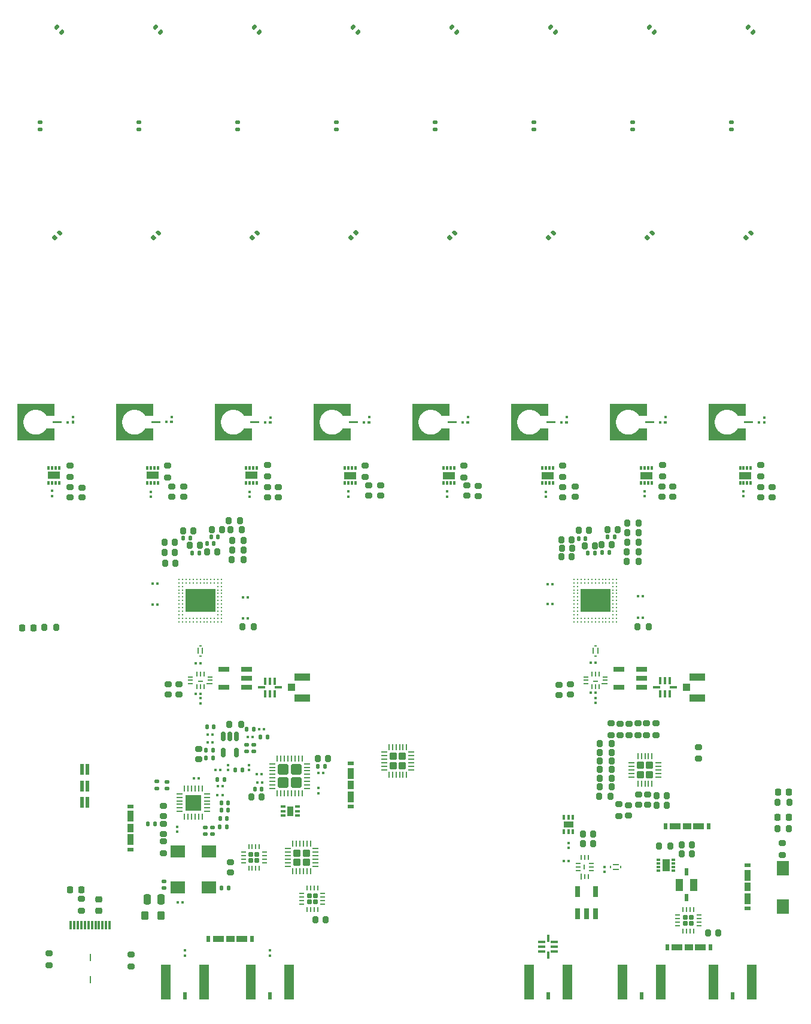
<source format=gbr>
%TF.GenerationSoftware,KiCad,Pcbnew,9.0.1*%
%TF.CreationDate,2025-06-02T14:00:06-06:00*%
%TF.ProjectId,PABA-DP,50414241-2d44-4502-9e6b-696361645f70,rev?*%
%TF.SameCoordinates,Original*%
%TF.FileFunction,Paste,Top*%
%TF.FilePolarity,Positive*%
%FSLAX46Y46*%
G04 Gerber Fmt 4.6, Leading zero omitted, Abs format (unit mm)*
G04 Created by KiCad (PCBNEW 9.0.1) date 2025-06-02 14:00:06*
%MOMM*%
%LPD*%
G01*
G04 APERTURE LIST*
G04 Aperture macros list*
%AMRoundRect*
0 Rectangle with rounded corners*
0 $1 Rounding radius*
0 $2 $3 $4 $5 $6 $7 $8 $9 X,Y pos of 4 corners*
0 Add a 4 corners polygon primitive as box body*
4,1,4,$2,$3,$4,$5,$6,$7,$8,$9,$2,$3,0*
0 Add four circle primitives for the rounded corners*
1,1,$1+$1,$2,$3*
1,1,$1+$1,$4,$5*
1,1,$1+$1,$6,$7*
1,1,$1+$1,$8,$9*
0 Add four rect primitives between the rounded corners*
20,1,$1+$1,$2,$3,$4,$5,0*
20,1,$1+$1,$4,$5,$6,$7,0*
20,1,$1+$1,$6,$7,$8,$9,0*
20,1,$1+$1,$8,$9,$2,$3,0*%
%AMRotRect*
0 Rectangle, with rotation*
0 The origin of the aperture is its center*
0 $1 length*
0 $2 width*
0 $3 Rotation angle, in degrees counterclockwise*
0 Add horizontal line*
21,1,$1,$2,0,0,$3*%
%AMFreePoly0*
4,1,13,0.160386,0.511434,0.161850,0.507898,0.161850,-0.787502,0.160386,-0.791038,0.156850,-0.792502,-0.109850,-0.792502,-0.113386,-0.791038,-0.114850,-0.787502,-0.114850,0.507898,-0.113386,0.511434,-0.109850,0.512898,0.156850,0.512898,0.160386,0.511434,0.160386,0.511434,$1*%
%AMFreePoly1*
4,1,44,3.984816,-0.982948,2.262816,-0.982948,2.262130,0.108387,2.373903,0.176308,2.577791,0.340114,2.755029,0.532439,2.901670,0.749000,3.014449,0.984973,3.090853,1.235103,3.129180,1.493818,3.128578,1.755356,3.089058,2.013891,3.011503,2.263666,2.897638,2.499117,2.750000,2.715000,2.571877,2.906507,2.367237,3.069371,2.140637,3.199966,1.897126,3.295384,1.642125,3.353497,
1.381316,3.373014,1.120507,3.353497,0.865506,3.295384,0.621995,3.199966,0.395395,3.069371,0.190755,2.906507,0.012632,2.715000,-0.135006,2.499117,-0.248871,2.263666,-0.326426,2.013891,-0.365946,1.755356,-0.366548,1.493818,-0.328221,1.235103,-0.251817,0.984973,-0.139038,0.749000,0.007603,0.532439,0.184841,0.340114,0.388729,0.176308,0.500502,0.108387,0.500502,-0.981914,
-1.222184,-0.982948,-1.222184,4.224052,3.984816,4.224052,3.984816,-0.982948,3.984816,-0.982948,$1*%
G04 Aperture macros list end*
%ADD10FreePoly0,90.000000*%
%ADD11FreePoly1,90.000000*%
%ADD12R,4.241800X3.251200*%
%ADD13R,0.254000X0.254000*%
%ADD14R,1.050000X1.000000*%
%ADD15R,2.200000X1.050000*%
%ADD16R,0.300000X0.750000*%
%ADD17R,1.450000X0.850000*%
%ADD18R,1.800000X2.000000*%
%ADD19R,0.300000X0.600000*%
%ADD20R,1.700000X1.100000*%
%ADD21R,0.600000X0.300000*%
%ADD22R,1.100000X1.700000*%
%ADD23R,0.610000X0.990000*%
%ADD24R,0.990000X1.750000*%
%ADD25RoundRect,0.140000X-0.140000X-0.170000X0.140000X-0.170000X0.140000X0.170000X-0.140000X0.170000X0*%
%ADD26RoundRect,0.135000X0.135000X0.185000X-0.135000X0.185000X-0.135000X-0.185000X0.135000X-0.185000X0*%
%ADD27RoundRect,0.079500X-0.100500X0.079500X-0.100500X-0.079500X0.100500X-0.079500X0.100500X0.079500X0*%
%ADD28RoundRect,0.079500X0.079500X0.100500X-0.079500X0.100500X-0.079500X-0.100500X0.079500X-0.100500X0*%
%ADD29RoundRect,0.196250X-0.196250X-0.278750X0.196250X-0.278750X0.196250X0.278750X-0.196250X0.278750X0*%
%ADD30RoundRect,0.197500X-0.197500X-0.277500X0.197500X-0.277500X0.197500X0.277500X-0.197500X0.277500X0*%
%ADD31RoundRect,0.135000X-0.226274X-0.035355X-0.035355X-0.226274X0.226274X0.035355X0.035355X0.226274X0*%
%ADD32RotRect,0.599948X0.400050X135.000000*%
%ADD33RoundRect,0.200000X-0.275000X0.200000X-0.275000X-0.200000X0.275000X-0.200000X0.275000X0.200000X0*%
%ADD34R,0.599948X0.400050*%
%ADD35R,0.600000X0.900000*%
%ADD36R,1.500000X0.900000*%
%ADD37R,1.200000X0.900000*%
%ADD38RoundRect,0.135000X-0.035355X0.226274X-0.226274X0.035355X0.035355X-0.226274X0.226274X-0.035355X0*%
%ADD39RoundRect,0.200000X-0.200000X-0.275000X0.200000X-0.275000X0.200000X0.275000X-0.200000X0.275000X0*%
%ADD40RoundRect,0.196250X-0.278750X0.196250X-0.278750X-0.196250X0.278750X-0.196250X0.278750X0.196250X0*%
%ADD41RoundRect,0.197500X-0.277500X0.197500X-0.277500X-0.197500X0.277500X-0.197500X0.277500X0.197500X0*%
%ADD42RoundRect,0.140000X0.140000X0.170000X-0.140000X0.170000X-0.140000X-0.170000X0.140000X-0.170000X0*%
%ADD43R,1.650000X0.760000*%
%ADD44RoundRect,0.079500X0.100500X-0.079500X0.100500X0.079500X-0.100500X0.079500X-0.100500X-0.079500X0*%
%ADD45RoundRect,0.140000X0.170000X-0.140000X0.170000X0.140000X-0.170000X0.140000X-0.170000X-0.140000X0*%
%ADD46RoundRect,0.200000X0.275000X-0.200000X0.275000X0.200000X-0.275000X0.200000X-0.275000X-0.200000X0*%
%ADD47RoundRect,0.150000X-0.150000X0.512500X-0.150000X-0.512500X0.150000X-0.512500X0.150000X0.512500X0*%
%ADD48R,0.609600X1.524000*%
%ADD49RoundRect,0.196250X0.196250X0.278750X-0.196250X0.278750X-0.196250X-0.278750X0.196250X-0.278750X0*%
%ADD50RoundRect,0.197500X0.197500X0.277500X-0.197500X0.277500X-0.197500X-0.277500X0.197500X-0.277500X0*%
%ADD51RoundRect,0.079500X-0.079500X-0.100500X0.079500X-0.100500X0.079500X0.100500X-0.079500X0.100500X0*%
%ADD52RoundRect,0.172500X-0.172500X0.172500X-0.172500X-0.172500X0.172500X-0.172500X0.172500X0.172500X0*%
%ADD53RoundRect,0.062500X-0.062500X0.312500X-0.062500X-0.312500X0.062500X-0.312500X0.062500X0.312500X0*%
%ADD54RoundRect,0.062500X-0.312500X0.062500X-0.312500X-0.062500X0.312500X-0.062500X0.312500X0.062500X0*%
%ADD55RoundRect,0.135000X-0.135000X-0.185000X0.135000X-0.185000X0.135000X0.185000X-0.135000X0.185000X0*%
%ADD56RoundRect,0.135000X0.185000X-0.135000X0.185000X0.135000X-0.185000X0.135000X-0.185000X-0.135000X0*%
%ADD57R,0.900000X0.600000*%
%ADD58R,0.900000X1.500000*%
%ADD59R,0.900000X1.200000*%
%ADD60RotRect,0.599948X0.400050X225.000000*%
%ADD61R,0.620000X1.000000*%
%ADD62R,1.400000X5.000000*%
%ADD63RoundRect,0.218750X0.256250X-0.218750X0.256250X0.218750X-0.256250X0.218750X-0.256250X-0.218750X0*%
%ADD64RoundRect,0.250000X0.250000X0.475000X-0.250000X0.475000X-0.250000X-0.475000X0.250000X-0.475000X0*%
%ADD65RoundRect,0.140000X-0.170000X0.140000X-0.170000X-0.140000X0.170000X-0.140000X0.170000X0.140000X0*%
%ADD66RoundRect,0.172500X0.172500X0.172500X-0.172500X0.172500X-0.172500X-0.172500X0.172500X-0.172500X0*%
%ADD67RoundRect,0.062500X0.312500X0.062500X-0.312500X0.062500X-0.312500X-0.062500X0.312500X-0.062500X0*%
%ADD68RoundRect,0.062500X0.062500X0.312500X-0.062500X0.312500X-0.062500X-0.312500X0.062500X-0.312500X0*%
%ADD69RoundRect,0.250000X-0.275000X-0.275000X0.275000X-0.275000X0.275000X0.275000X-0.275000X0.275000X0*%
%ADD70RoundRect,0.062500X-0.350000X-0.062500X0.350000X-0.062500X0.350000X0.062500X-0.350000X0.062500X0*%
%ADD71RoundRect,0.062500X-0.062500X-0.350000X0.062500X-0.350000X0.062500X0.350000X-0.062500X0.350000X0*%
%ADD72RoundRect,0.200000X0.200000X0.275000X-0.200000X0.275000X-0.200000X-0.275000X0.200000X-0.275000X0*%
%ADD73R,0.350000X1.000000*%
%ADD74R,1.000000X0.350000*%
%ADD75R,0.274600X0.804800*%
%ADD76R,0.804800X0.274600*%
%ADD77R,2.200000X2.200000*%
%ADD78RoundRect,0.250000X-0.275000X-0.350000X0.275000X-0.350000X0.275000X0.350000X-0.275000X0.350000X0*%
%ADD79RoundRect,0.135000X0.226274X0.035355X0.035355X0.226274X-0.226274X-0.035355X-0.035355X-0.226274X0*%
%ADD80R,2.000000X1.800000*%
%ADD81R,0.300000X1.200000*%
%ADD82R,0.200000X1.000000*%
%ADD83RoundRect,0.218750X-0.218750X-0.256250X0.218750X-0.256250X0.218750X0.256250X-0.218750X0.256250X0*%
%ADD84RoundRect,0.196250X0.278750X-0.196250X0.278750X0.196250X-0.278750X0.196250X-0.278750X-0.196250X0*%
%ADD85RoundRect,0.197500X0.277500X-0.197500X0.277500X0.197500X-0.277500X0.197500X-0.277500X-0.197500X0*%
%ADD86R,0.250000X0.850000*%
%ADD87R,0.250000X0.750000*%
%ADD88R,0.650000X0.250000*%
%ADD89R,0.250000X0.770000*%
%ADD90R,0.760000X1.650000*%
%ADD91RoundRect,0.062500X-0.375000X-0.062500X0.375000X-0.062500X0.375000X0.062500X-0.375000X0.062500X0*%
%ADD92RoundRect,0.062500X-0.062500X-0.375000X0.062500X-0.375000X0.062500X0.375000X-0.062500X0.375000X0*%
%ADD93RoundRect,0.250000X0.275000X-0.275000X0.275000X0.275000X-0.275000X0.275000X-0.275000X-0.275000X0*%
%ADD94RoundRect,0.062500X0.062500X-0.350000X0.062500X0.350000X-0.062500X0.350000X-0.062500X-0.350000X0*%
%ADD95RoundRect,0.062500X0.350000X-0.062500X0.350000X0.062500X-0.350000X0.062500X-0.350000X-0.062500X0*%
%ADD96R,0.400000X0.250000*%
%ADD97R,0.250000X0.810000*%
%ADD98R,0.850000X0.250000*%
%ADD99R,0.750000X0.250000*%
%ADD100R,0.250000X0.650000*%
%ADD101R,0.770000X0.250000*%
%ADD102RoundRect,0.250000X-0.495000X-0.495000X0.495000X-0.495000X0.495000X0.495000X-0.495000X0.495000X0*%
%ADD103RoundRect,0.062500X-0.337500X-0.062500X0.337500X-0.062500X0.337500X0.062500X-0.337500X0.062500X0*%
%ADD104RoundRect,0.062500X-0.062500X-0.337500X0.062500X-0.337500X0.062500X0.337500X-0.062500X0.337500X0*%
%ADD105R,0.750000X0.300000*%
%ADD106R,0.850000X1.450000*%
%ADD107R,0.250000X0.400000*%
%ADD108R,0.810000X0.250000*%
G04 APERTURE END LIST*
D10*
%TO.C,J7*%
X71278456Y-90151640D03*
D11*
X69987567Y-91509046D03*
%TD*%
D10*
%TO.C,J9*%
X127177325Y-90153678D03*
D11*
X125886436Y-91511084D03*
%TD*%
D10*
%TO.C,J3*%
X57325336Y-90157914D03*
D11*
X56034447Y-91515320D03*
%TD*%
D10*
%TO.C,J5*%
X113197994Y-90161829D03*
D11*
X111907105Y-91519235D03*
%TD*%
D10*
%TO.C,J4*%
X85257107Y-90162508D03*
D11*
X83966218Y-91519914D03*
%TD*%
D10*
%TO.C,J8*%
X99255004Y-90155715D03*
D11*
X97964115Y-91513121D03*
%TD*%
D10*
%TO.C,J6*%
X141143070Y-90168621D03*
D11*
X139852181Y-91526027D03*
%TD*%
D10*
%TO.C,J10*%
X155131393Y-90180056D03*
D11*
X153840504Y-91537462D03*
%TD*%
D12*
%TO.C,U9*%
X133589527Y-115348419D03*
D13*
X136589527Y-118348419D03*
X136089527Y-118348419D03*
X135589527Y-118348419D03*
X135089527Y-118348419D03*
X134589527Y-118348419D03*
X134089527Y-118348419D03*
X133589527Y-118348419D03*
X133089527Y-118348419D03*
X132589527Y-118348419D03*
X132089527Y-118348419D03*
X131589527Y-118348419D03*
X131089527Y-118348419D03*
X130589527Y-118348419D03*
X136589527Y-117848419D03*
X136089527Y-117848419D03*
X135589527Y-117848419D03*
X135089527Y-117848419D03*
X134589527Y-117848419D03*
X134089527Y-117848419D03*
X133589527Y-117848419D03*
X133089527Y-117848419D03*
X132589527Y-117848419D03*
X132089527Y-117848419D03*
X131589527Y-117848419D03*
X131089527Y-117848419D03*
X130589527Y-117848419D03*
X136589527Y-117348419D03*
X136089527Y-117348419D03*
X131089527Y-117348419D03*
X130589527Y-117348419D03*
X136589527Y-116848419D03*
X136089527Y-116848419D03*
X131089527Y-116848419D03*
X130589527Y-116848419D03*
X136589527Y-116348419D03*
X136089527Y-116348419D03*
X131089527Y-116348419D03*
X130589527Y-116348419D03*
X136589527Y-115848419D03*
X136089527Y-115848419D03*
X131089527Y-115848419D03*
X130589527Y-115848419D03*
X136589527Y-115348419D03*
X136089527Y-115348419D03*
X131089527Y-115348419D03*
X130589527Y-115348419D03*
X136589527Y-114848419D03*
X136089527Y-114848419D03*
X131089527Y-114848419D03*
X130589527Y-114848419D03*
X136589527Y-114348419D03*
X136089527Y-114348419D03*
X131089527Y-114348419D03*
X130589527Y-114348419D03*
X136589527Y-113848419D03*
X136089527Y-113848419D03*
X131089527Y-113848419D03*
X130589527Y-113848419D03*
X136589527Y-113348419D03*
X136089527Y-113348419D03*
X131089527Y-113348419D03*
X130589527Y-113348419D03*
X136589527Y-112848419D03*
X136089527Y-112848419D03*
X135589527Y-112848419D03*
X135089527Y-112848419D03*
X134589527Y-112848419D03*
X134089527Y-112848419D03*
X133589527Y-112848419D03*
X133089527Y-112848419D03*
X132589527Y-112848419D03*
X132089527Y-112848419D03*
X131589527Y-112848419D03*
X131089527Y-112848419D03*
X130589527Y-112848419D03*
X136589527Y-112348419D03*
X136089527Y-112348419D03*
X135589527Y-112348419D03*
X135089527Y-112348419D03*
X134589527Y-112348419D03*
X134089527Y-112348419D03*
X133589527Y-112348419D03*
X133089527Y-112348419D03*
X132589527Y-112348419D03*
X132089527Y-112348419D03*
X131589527Y-112348419D03*
X131089527Y-112348419D03*
X130589527Y-112348419D03*
%TD*%
D12*
%TO.C,U8*%
X77698857Y-115348419D03*
D13*
X80698857Y-118348419D03*
X80198857Y-118348419D03*
X79698857Y-118348419D03*
X79198857Y-118348419D03*
X78698857Y-118348419D03*
X78198857Y-118348419D03*
X77698857Y-118348419D03*
X77198857Y-118348419D03*
X76698857Y-118348419D03*
X76198857Y-118348419D03*
X75698857Y-118348419D03*
X75198857Y-118348419D03*
X74698857Y-118348419D03*
X80698857Y-117848419D03*
X80198857Y-117848419D03*
X79698857Y-117848419D03*
X79198857Y-117848419D03*
X78698857Y-117848419D03*
X78198857Y-117848419D03*
X77698857Y-117848419D03*
X77198857Y-117848419D03*
X76698857Y-117848419D03*
X76198857Y-117848419D03*
X75698857Y-117848419D03*
X75198857Y-117848419D03*
X74698857Y-117848419D03*
X80698857Y-117348419D03*
X80198857Y-117348419D03*
X75198857Y-117348419D03*
X74698857Y-117348419D03*
X80698857Y-116848419D03*
X80198857Y-116848419D03*
X75198857Y-116848419D03*
X74698857Y-116848419D03*
X80698857Y-116348419D03*
X80198857Y-116348419D03*
X75198857Y-116348419D03*
X74698857Y-116348419D03*
X80698857Y-115848419D03*
X80198857Y-115848419D03*
X75198857Y-115848419D03*
X74698857Y-115848419D03*
X80698857Y-115348419D03*
X80198857Y-115348419D03*
X75198857Y-115348419D03*
X74698857Y-115348419D03*
X80698857Y-114848419D03*
X80198857Y-114848419D03*
X75198857Y-114848419D03*
X74698857Y-114848419D03*
X80698857Y-114348419D03*
X80198857Y-114348419D03*
X75198857Y-114348419D03*
X74698857Y-114348419D03*
X80698857Y-113848419D03*
X80198857Y-113848419D03*
X75198857Y-113848419D03*
X74698857Y-113848419D03*
X80698857Y-113348419D03*
X80198857Y-113348419D03*
X75198857Y-113348419D03*
X74698857Y-113348419D03*
X80698857Y-112848419D03*
X80198857Y-112848419D03*
X79698857Y-112848419D03*
X79198857Y-112848419D03*
X78698857Y-112848419D03*
X78198857Y-112848419D03*
X77698857Y-112848419D03*
X77198857Y-112848419D03*
X76698857Y-112848419D03*
X76198857Y-112848419D03*
X75698857Y-112848419D03*
X75198857Y-112848419D03*
X74698857Y-112848419D03*
X80698857Y-112348419D03*
X80198857Y-112348419D03*
X79698857Y-112348419D03*
X79198857Y-112348419D03*
X78698857Y-112348419D03*
X78198857Y-112348419D03*
X77698857Y-112348419D03*
X77198857Y-112348419D03*
X76698857Y-112348419D03*
X76198857Y-112348419D03*
X75698857Y-112348419D03*
X75198857Y-112348419D03*
X74698857Y-112348419D03*
%TD*%
D14*
%TO.C,RX1*%
X90560137Y-127641759D03*
D15*
X92085138Y-126166758D03*
X92085138Y-129116760D03*
%TD*%
D14*
%TO.C,RX2*%
X146440137Y-127616359D03*
D15*
X147965138Y-126141358D03*
X147965138Y-129091360D03*
%TD*%
D16*
%TO.C,U12*%
X130425457Y-145980809D03*
X129775457Y-145980809D03*
X129125457Y-145980809D03*
X129125457Y-147980809D03*
X129775457Y-147980809D03*
X130425457Y-147980809D03*
D17*
X129775457Y-146980809D03*
%TD*%
D18*
%TO.C,S3*%
X160081717Y-158558384D03*
X160081717Y-153158384D03*
%TD*%
D19*
%TO.C,U15*%
X57767727Y-96605319D03*
X57267727Y-96605319D03*
X56767727Y-96605319D03*
X56267727Y-96605319D03*
X56267727Y-98705319D03*
X56767727Y-98705319D03*
X57267727Y-98705319D03*
X57767727Y-98705319D03*
D20*
X57017727Y-97655319D03*
%TD*%
D19*
%TO.C,U16*%
X71715377Y-96605319D03*
X71215377Y-96605319D03*
X70715377Y-96605319D03*
X70215377Y-96605319D03*
X70215377Y-98705319D03*
X70715377Y-98705319D03*
X71215377Y-98705319D03*
X71715377Y-98705319D03*
D20*
X70965377Y-97655319D03*
%TD*%
D19*
%TO.C,U20*%
X127611627Y-96642909D03*
X127111627Y-96642909D03*
X126611627Y-96642909D03*
X126111627Y-96642909D03*
X126111627Y-98742909D03*
X126611627Y-98742909D03*
X127111627Y-98742909D03*
X127611627Y-98742909D03*
D20*
X126861627Y-97692909D03*
%TD*%
D19*
%TO.C,U19*%
X113636547Y-96642909D03*
X113136547Y-96642909D03*
X112636547Y-96642909D03*
X112136547Y-96642909D03*
X112136547Y-98742909D03*
X112636547Y-98742909D03*
X113136547Y-98742909D03*
X113636547Y-98742909D03*
D20*
X112886547Y-97692909D03*
%TD*%
D21*
%TO.C,U13*%
X142531046Y-152031326D03*
X142531046Y-152531326D03*
X142531046Y-153031326D03*
X142531046Y-153531326D03*
X144631046Y-153531326D03*
X144631046Y-153031326D03*
X144631046Y-152531326D03*
X144631046Y-152031326D03*
D22*
X143581046Y-152781326D03*
%TD*%
D19*
%TO.C,U18*%
X99666547Y-96642909D03*
X99166547Y-96642909D03*
X98666547Y-96642909D03*
X98166547Y-96642909D03*
X98166547Y-98742909D03*
X98666547Y-98742909D03*
X99166547Y-98742909D03*
X99666547Y-98742909D03*
D20*
X98916547Y-97692909D03*
%TD*%
D19*
%TO.C,U22*%
X155561537Y-96642909D03*
X155061537Y-96642909D03*
X154561537Y-96642909D03*
X154061537Y-96642909D03*
X154061537Y-98742909D03*
X154561537Y-98742909D03*
X155061537Y-98742909D03*
X155561537Y-98742909D03*
D20*
X154811537Y-97692909D03*
%TD*%
D19*
%TO.C,U17*%
X85692997Y-96615989D03*
X85192997Y-96615989D03*
X84692997Y-96615989D03*
X84192997Y-96615989D03*
X84192997Y-98715989D03*
X84692997Y-98715989D03*
X85192997Y-98715989D03*
X85692997Y-98715989D03*
D20*
X84942997Y-97665989D03*
%TD*%
D19*
%TO.C,U21*%
X141575027Y-96649259D03*
X141075027Y-96649259D03*
X140575027Y-96649259D03*
X140075027Y-96649259D03*
X140075027Y-98749259D03*
X140575027Y-98749259D03*
X141075027Y-98749259D03*
X141575027Y-98749259D03*
D20*
X140825027Y-97699259D03*
%TD*%
D23*
%TO.C,FL3*%
X146478497Y-153706139D03*
D24*
X145461497Y-155521139D03*
D23*
X146478497Y-157336139D03*
D24*
X147495497Y-155521139D03*
%TD*%
D25*
%TO.C,C42*%
X135345677Y-106334176D03*
X136305677Y-106334176D03*
%TD*%
D26*
%TO.C,R117*%
X79550957Y-136525159D03*
X78530957Y-136525159D03*
%TD*%
D27*
%TO.C,C18*%
X59663728Y-89444420D03*
X59663728Y-90134420D03*
%TD*%
D28*
%TO.C,C51*%
X115527240Y-90150506D03*
X114837240Y-90150506D03*
%TD*%
%TO.C,R114*%
X79466037Y-135380889D03*
X78776037Y-135380889D03*
%TD*%
D27*
%TO.C,R52*%
X84611200Y-138613769D03*
X84611200Y-139303769D03*
%TD*%
D29*
%TO.C,C35*%
X75308100Y-105468600D03*
D30*
X76745600Y-105468600D03*
%TD*%
D27*
%TO.C,C156*%
X101574313Y-89454973D03*
X101574313Y-90144973D03*
%TD*%
D31*
%TO.C,R187*%
X99289074Y-34324539D03*
X100010322Y-35045787D03*
%TD*%
D32*
%TO.C,X13*%
X141590927Y-63424492D03*
X140955165Y-64060598D03*
%TD*%
D33*
%TO.C,R125*%
X59253373Y-96248778D03*
X59253373Y-97898778D03*
%TD*%
D29*
%TO.C,C108*%
X94318963Y-137704605D03*
D30*
X95756463Y-137704605D03*
%TD*%
D34*
%TO.C,X8*%
X69039093Y-48726409D03*
X69038850Y-47827063D03*
%TD*%
D29*
%TO.C,C83*%
X131816950Y-149732200D03*
D30*
X133254450Y-149732200D03*
%TD*%
D35*
%TO.C,P19*%
X78874740Y-163203557D03*
D36*
X80274740Y-163203557D03*
D37*
X81924740Y-163203557D03*
D36*
X83574740Y-163203557D03*
D35*
X84974740Y-163203557D03*
%TD*%
D38*
%TO.C,R177*%
X141634948Y-63389820D03*
X140913700Y-64111068D03*
%TD*%
D39*
%TO.C,R39*%
X138058260Y-107119057D03*
X139708260Y-107119057D03*
%TD*%
D40*
%TO.C,C27*%
X73189863Y-127207645D03*
D41*
X73189863Y-128645145D03*
%TD*%
D27*
%TO.C,C82*%
X77698847Y-129163342D03*
X77698847Y-129853342D03*
%TD*%
%TO.C,C54*%
X126608558Y-99967750D03*
X126608558Y-100657750D03*
%TD*%
D42*
%TO.C,C60*%
X86404447Y-142015200D03*
X85444447Y-142015200D03*
%TD*%
D28*
%TO.C,C84*%
X129800457Y-152194679D03*
X129110457Y-152194679D03*
%TD*%
D25*
%TO.C,C132*%
X80683040Y-143963998D03*
X81643040Y-143963998D03*
%TD*%
D27*
%TO.C,C47*%
X98677669Y-99949951D03*
X98677669Y-100639951D03*
%TD*%
D38*
%TO.C,R176*%
X71786172Y-63388368D03*
X71064924Y-64109616D03*
%TD*%
D29*
%TO.C,C7*%
X142254783Y-144305023D03*
D30*
X143692283Y-144305023D03*
%TD*%
D43*
%TO.C,T3*%
X140124855Y-125076349D03*
X140124855Y-126346349D03*
X140124855Y-127616349D03*
X136944855Y-127616349D03*
X136944855Y-125076349D03*
%TD*%
D44*
%TO.C,C57*%
X75541117Y-165504432D03*
X75541117Y-164814432D03*
%TD*%
D34*
%TO.C,X18*%
X83008073Y-48726919D03*
X83007830Y-47827573D03*
%TD*%
D40*
%TO.C,C106*%
X157011982Y-99303367D03*
D41*
X157011982Y-100740867D03*
%TD*%
D45*
%TO.C,C74*%
X84285467Y-136666688D03*
X84285467Y-135706688D03*
%TD*%
D25*
%TO.C,C45*%
X131209537Y-106582223D03*
X132169537Y-106582223D03*
%TD*%
D39*
%TO.C,R71*%
X134206467Y-138012329D03*
X135856467Y-138012329D03*
%TD*%
D25*
%TO.C,C37*%
X75310877Y-106524326D03*
X76270877Y-106524326D03*
%TD*%
D40*
%TO.C,C8*%
X139669502Y-142783097D03*
D41*
X139669502Y-144220597D03*
%TD*%
D27*
%TO.C,C25*%
X70703270Y-99969294D03*
X70703270Y-100659294D03*
%TD*%
D46*
%TO.C,R97*%
X136929179Y-145804087D03*
X136929179Y-144154087D03*
%TD*%
D28*
%TO.C,R70*%
X84447657Y-114865559D03*
X83757657Y-114865559D03*
%TD*%
D39*
%TO.C,R124*%
X142580510Y-150005172D03*
X144230510Y-150005172D03*
%TD*%
D28*
%TO.C,C61*%
X80559533Y-139278769D03*
X79869533Y-139278769D03*
%TD*%
D47*
%TO.C,A2*%
X82839377Y-134589679D03*
X81889377Y-134589679D03*
X80939377Y-134589679D03*
X80939377Y-136864679D03*
X82839377Y-136864679D03*
%TD*%
D48*
%TO.C,P15*%
X61745746Y-143876737D03*
X60932946Y-143876737D03*
%TD*%
D34*
%TO.C,X2*%
X55068073Y-48726919D03*
X55067830Y-47827573D03*
%TD*%
D33*
%TO.C,R128*%
X101055532Y-96244029D03*
X101055532Y-97894029D03*
%TD*%
D40*
%TO.C,C104*%
X143024785Y-99281269D03*
D41*
X143024785Y-100718769D03*
%TD*%
D49*
%TO.C,C31*%
X77641477Y-107567554D03*
D50*
X76203977Y-107567554D03*
%TD*%
D51*
%TO.C,C69*%
X80162907Y-141602633D03*
X80852907Y-141602633D03*
%TD*%
D38*
%TO.C,R169*%
X57817142Y-63397181D03*
X57095894Y-64118429D03*
%TD*%
D33*
%TO.C,R190*%
X140848097Y-132710059D03*
X140848097Y-134360059D03*
%TD*%
D40*
%TO.C,C101*%
X128964998Y-99323562D03*
D41*
X128964998Y-100761062D03*
%TD*%
D33*
%TO.C,R131*%
X143070603Y-96183300D03*
X143070603Y-97833300D03*
%TD*%
D28*
%TO.C,R35*%
X75173577Y-158002379D03*
X74483577Y-158002379D03*
%TD*%
D52*
%TO.C,U10*%
X147153557Y-160115789D03*
X146303557Y-160115789D03*
X147153557Y-160965789D03*
X146303557Y-160965789D03*
D53*
X147478557Y-159040789D03*
X146978557Y-159040789D03*
X146478557Y-159040789D03*
X145978557Y-159040789D03*
D54*
X145228557Y-159790789D03*
X145228557Y-160290789D03*
X145228557Y-160790789D03*
X145228557Y-161290789D03*
D53*
X145978557Y-162040789D03*
X146478557Y-162040789D03*
X146978557Y-162040789D03*
X147478557Y-162040789D03*
D54*
X148228557Y-161290789D03*
X148228557Y-160790789D03*
X148228557Y-160290789D03*
X148228557Y-159790789D03*
%TD*%
D55*
%TO.C,R116*%
X80079587Y-140613539D03*
X81099587Y-140613539D03*
%TD*%
D38*
%TO.C,R184*%
X99723860Y-63382715D03*
X99002612Y-64103963D03*
%TD*%
D27*
%TO.C,C55*%
X154559434Y-99943259D03*
X154559434Y-100633259D03*
%TD*%
D32*
%TO.C,X22*%
X155562707Y-63426272D03*
X154926945Y-64062378D03*
%TD*%
D28*
%TO.C,C63*%
X86404444Y-139917067D03*
X85714444Y-139917067D03*
%TD*%
D27*
%TO.C,C21*%
X115558178Y-89457763D03*
X115558178Y-90147763D03*
%TD*%
D56*
%TO.C,R182*%
X83004272Y-48774452D03*
X83004272Y-47754452D03*
%TD*%
D34*
%TO.C,X3*%
X110948073Y-48726919D03*
X110947830Y-47827573D03*
%TD*%
D27*
%TO.C,C26*%
X84709757Y-99989766D03*
X84709757Y-100679766D03*
%TD*%
D45*
%TO.C,C16*%
X72605101Y-155965585D03*
X72605101Y-155005585D03*
%TD*%
D57*
%TO.C,P13*%
X98971909Y-144480080D03*
D58*
X98971909Y-143080080D03*
D59*
X98971909Y-141430080D03*
D58*
X98971909Y-139780080D03*
D57*
X98971909Y-138380080D03*
%TD*%
D44*
%TO.C,C85*%
X129775457Y-150315099D03*
X129775457Y-149625099D03*
%TD*%
D33*
%TO.C,R86*%
X67868962Y-165407892D03*
X67868962Y-167057892D03*
%TD*%
D39*
%TO.C,R37*%
X81680722Y-104042971D03*
X83330722Y-104042971D03*
%TD*%
D40*
%TO.C,C97*%
X101543378Y-99103264D03*
D41*
X101543378Y-100540764D03*
%TD*%
D27*
%TO.C,C155*%
X73626260Y-89446341D03*
X73626260Y-90136341D03*
%TD*%
D60*
%TO.C,X15*%
X141234925Y-34368959D03*
X141871031Y-35004721D03*
%TD*%
%TO.C,X9*%
X127269258Y-34369069D03*
X127905364Y-35004831D03*
%TD*%
D25*
%TO.C,C38*%
X78637253Y-107285070D03*
X79597253Y-107285070D03*
%TD*%
D61*
%TO.C,EXT_LO1*%
X75541117Y-171242504D03*
D62*
X72841117Y-169242504D03*
X78241117Y-169242504D03*
%TD*%
D49*
%TO.C,C11*%
X86404447Y-143101833D03*
D50*
X84966947Y-143101833D03*
%TD*%
D26*
%TO.C,R49*%
X83690356Y-139278769D03*
X82670356Y-139278769D03*
%TD*%
D29*
%TO.C,C86*%
X145832831Y-149912954D03*
D30*
X147270331Y-149912954D03*
%TD*%
D40*
%TO.C,C94*%
X73656800Y-99209199D03*
D41*
X73656800Y-100646699D03*
%TD*%
D63*
%TO.C,E2*%
X63372914Y-159152116D03*
X63372914Y-157577116D03*
%TD*%
D57*
%TO.C,P5*%
X67860774Y-150548224D03*
D58*
X67860774Y-149148224D03*
D59*
X67860774Y-147498224D03*
D58*
X67860774Y-145848224D03*
D57*
X67860774Y-144448224D03*
%TD*%
D28*
%TO.C,C12*%
X86429447Y-141107779D03*
X85739447Y-141107779D03*
%TD*%
D39*
%TO.C,R47*%
X55664922Y-119150801D03*
X57314922Y-119150801D03*
%TD*%
D51*
%TO.C,R84*%
X139634097Y-114749739D03*
X140324097Y-114749739D03*
%TD*%
D29*
%TO.C,C43*%
X131203978Y-105396191D03*
D30*
X132641478Y-105396191D03*
%TD*%
D40*
%TO.C,C92*%
X59276870Y-99359083D03*
D41*
X59276870Y-100796583D03*
%TD*%
D29*
%TO.C,C76*%
X131816950Y-148367261D03*
D30*
X133254450Y-148367261D03*
%TD*%
D29*
%TO.C,C4*%
X142243805Y-142965736D03*
D30*
X143681305Y-142965736D03*
%TD*%
D33*
%TO.C,R132*%
X156999647Y-96184537D03*
X156999647Y-97834537D03*
%TD*%
D49*
%TO.C,C28*%
X130256346Y-109143096D03*
D50*
X128818846Y-109143096D03*
%TD*%
D64*
%TO.C,C15*%
X72134217Y-157589382D03*
X70234217Y-157589382D03*
%TD*%
D51*
%TO.C,R82*%
X139634607Y-117803829D03*
X140324607Y-117803829D03*
%TD*%
D65*
%TO.C,C64*%
X71526120Y-140937093D03*
X71526120Y-141897093D03*
%TD*%
D42*
%TO.C,C75*%
X85253067Y-133502049D03*
X84293067Y-133502049D03*
%TD*%
D56*
%TO.C,R185*%
X152853888Y-48779777D03*
X152853888Y-47759777D03*
%TD*%
D66*
%TO.C,U23*%
X85729177Y-152093259D03*
X85729177Y-151243259D03*
X84879177Y-152093259D03*
X84879177Y-151243259D03*
D67*
X86804177Y-152418259D03*
X86804177Y-151918259D03*
X86804177Y-151418259D03*
X86804177Y-150918259D03*
D68*
X86054177Y-150168259D03*
X85554177Y-150168259D03*
X85054177Y-150168259D03*
X84554177Y-150168259D03*
D67*
X83804177Y-150918259D03*
X83804177Y-151418259D03*
X83804177Y-151918259D03*
X83804177Y-152418259D03*
D68*
X84554177Y-153168259D03*
X85054177Y-153168259D03*
X85554177Y-153168259D03*
X86054177Y-153168259D03*
%TD*%
D27*
%TO.C,C53*%
X112634826Y-99956590D03*
X112634826Y-100646590D03*
%TD*%
D56*
%TO.C,R166*%
X55066920Y-48785063D03*
X55066920Y-47765063D03*
%TD*%
D69*
%TO.C,U25*%
X91396450Y-151018449D03*
X91396450Y-152318449D03*
X92696450Y-151018449D03*
X92696450Y-152318449D03*
D70*
X90108950Y-150418449D03*
X90108950Y-150918449D03*
X90108950Y-151418449D03*
X90108950Y-151918449D03*
X90108950Y-152418449D03*
X90108950Y-152918449D03*
D71*
X90796450Y-153605949D03*
X91296450Y-153605949D03*
X91796450Y-153605949D03*
X92296450Y-153605949D03*
X92796450Y-153605949D03*
X93296450Y-153605949D03*
D70*
X93983950Y-152918449D03*
X93983950Y-152418449D03*
X93983950Y-151918449D03*
X93983950Y-151418449D03*
X93983950Y-150918449D03*
X93983950Y-150418449D03*
D71*
X93296450Y-149730949D03*
X92796450Y-149730949D03*
X92296450Y-149730949D03*
X91796450Y-149730949D03*
X91296450Y-149730949D03*
X90796450Y-149730949D03*
%TD*%
D60*
%TO.C,X23*%
X99326091Y-34369403D03*
X99962197Y-35005165D03*
%TD*%
D48*
%TO.C,P14*%
X61757407Y-139214696D03*
X60944607Y-139214696D03*
%TD*%
D35*
%TO.C,P4*%
X143747042Y-164345861D03*
D36*
X145147042Y-164345861D03*
D37*
X146797042Y-164345861D03*
D36*
X148447042Y-164345861D03*
D35*
X149847042Y-164345861D03*
%TD*%
D55*
%TO.C,R44*%
X70280847Y-146947029D03*
X71300847Y-146947029D03*
%TD*%
D72*
%TO.C,R20*%
X135856467Y-136796169D03*
X134206467Y-136796169D03*
%TD*%
D52*
%TO.C,U24*%
X93969957Y-157055289D03*
X93119957Y-157055289D03*
X93969957Y-157905289D03*
X93119957Y-157905289D03*
D53*
X94294957Y-155980289D03*
X93794957Y-155980289D03*
X93294957Y-155980289D03*
X92794957Y-155980289D03*
D54*
X92044957Y-156730289D03*
X92044957Y-157230289D03*
X92044957Y-157730289D03*
X92044957Y-158230289D03*
D53*
X92794957Y-158980289D03*
X93294957Y-158980289D03*
X93794957Y-158980289D03*
X94294957Y-158980289D03*
D54*
X95044957Y-158230289D03*
X95044957Y-157730289D03*
X95044957Y-157230289D03*
X95044957Y-156730289D03*
%TD*%
D29*
%TO.C,C9*%
X149520147Y-162294979D03*
D30*
X150957647Y-162294979D03*
%TD*%
D33*
%TO.C,R111*%
X56346935Y-165220114D03*
X56346935Y-166870114D03*
%TD*%
D34*
%TO.C,X7*%
X124918073Y-48726919D03*
X124917830Y-47827573D03*
%TD*%
D42*
%TO.C,C33*%
X77545633Y-108667173D03*
X76585633Y-108667173D03*
%TD*%
D51*
%TO.C,R87*%
X85999717Y-133502049D03*
X86689717Y-133502049D03*
%TD*%
D46*
%TO.C,R65*%
X148143717Y-137712879D03*
X148143717Y-136062879D03*
%TD*%
D65*
%TO.C,C65*%
X73016925Y-140966461D03*
X73016925Y-141926461D03*
%TD*%
D39*
%TO.C,R42*%
X138072897Y-104367299D03*
X139722897Y-104367299D03*
%TD*%
D72*
%TO.C,R69*%
X85299307Y-119081959D03*
X83649307Y-119081959D03*
%TD*%
D25*
%TO.C,C113*%
X80470608Y-147342205D03*
X81430608Y-147342205D03*
%TD*%
D27*
%TO.C,C134*%
X94391727Y-141866749D03*
X94391727Y-142556749D03*
%TD*%
D25*
%TO.C,C136*%
X94359217Y-138800736D03*
X95319217Y-138800736D03*
%TD*%
D32*
%TO.C,X17*%
X85710927Y-63424492D03*
X85075165Y-64060598D03*
%TD*%
D38*
%TO.C,R186*%
X155606214Y-63390995D03*
X154884966Y-64112243D03*
%TD*%
D28*
%TO.C,C81*%
X77723847Y-128545329D03*
X77033847Y-128545329D03*
%TD*%
D40*
%TO.C,C72*%
X77497987Y-136344505D03*
D41*
X77497987Y-137782005D03*
%TD*%
D73*
%TO.C,FL5*%
X142784657Y-128516359D03*
X143434657Y-128516359D03*
X144084657Y-128516359D03*
D74*
X144634657Y-127616359D03*
D73*
X144084657Y-126716359D03*
X143434657Y-126716359D03*
X142784657Y-126716359D03*
D74*
X142234657Y-127616359D03*
%TD*%
D40*
%TO.C,C109*%
X82001904Y-152313042D03*
D41*
X82001904Y-153750542D03*
%TD*%
D27*
%TO.C,C157*%
X129543659Y-89454043D03*
X129543659Y-90144043D03*
%TD*%
D35*
%TO.C,P12*%
X143503600Y-147256558D03*
D36*
X144903600Y-147256558D03*
D37*
X146553600Y-147256558D03*
D36*
X148203600Y-147256558D03*
D35*
X149603600Y-147256558D03*
%TD*%
D29*
%TO.C,C32*%
X79343840Y-105301754D03*
D30*
X80781340Y-105301754D03*
%TD*%
D32*
%TO.C,X10*%
X127620927Y-63424492D03*
X126985165Y-64060598D03*
%TD*%
D56*
%TO.C,R171*%
X124906122Y-48788256D03*
X124906122Y-47768256D03*
%TD*%
D75*
%TO.C,U5*%
X77967838Y-141953899D03*
X77467839Y-141953899D03*
X76967838Y-141953899D03*
X76467838Y-141953899D03*
X75967837Y-141953899D03*
X75467838Y-141953899D03*
D76*
X74765439Y-142656298D03*
X74765439Y-143156297D03*
X74765439Y-143656298D03*
X74765439Y-144156298D03*
X74765439Y-144656299D03*
X74765439Y-145156298D03*
D75*
X75467838Y-145858697D03*
X75967837Y-145858697D03*
X76467838Y-145858697D03*
X76967838Y-145858697D03*
X77467839Y-145858697D03*
X77967838Y-145858697D03*
D76*
X78670237Y-145156298D03*
X78670237Y-144656299D03*
X78670237Y-144156298D03*
X78670237Y-143656298D03*
X78670237Y-143156297D03*
X78670237Y-142656298D03*
D77*
X76717838Y-143906298D03*
%TD*%
D46*
%TO.C,R78*%
X142168530Y-134353599D03*
X142168530Y-132703599D03*
%TD*%
D27*
%TO.C,C22*%
X143497078Y-89452623D03*
X143497078Y-90142623D03*
%TD*%
D40*
%TO.C,C100*%
X115405353Y-99099775D03*
D41*
X115405353Y-100537275D03*
%TD*%
D40*
%TO.C,C78*%
X130061913Y-127220149D03*
D41*
X130061913Y-128657649D03*
%TD*%
D25*
%TO.C,C34*%
X79230052Y-106362938D03*
X80190052Y-106362938D03*
%TD*%
D28*
%TO.C,C77*%
X133614517Y-124148802D03*
X132924517Y-124148802D03*
%TD*%
D78*
%TO.C,E1*%
X69834217Y-159841339D03*
X72134217Y-159841339D03*
%TD*%
D49*
%TO.C,C165*%
X74186440Y-110038096D03*
D50*
X72748940Y-110038096D03*
%TD*%
D72*
%TO.C,R38*%
X83590529Y-105334688D03*
X81940529Y-105334688D03*
%TD*%
D46*
%TO.C,R72*%
X137090389Y-134405132D03*
X137090389Y-132755132D03*
%TD*%
D32*
%TO.C,X12*%
X71742707Y-63426272D03*
X71106945Y-64062378D03*
%TD*%
D44*
%TO.C,C24*%
X56765671Y-100555452D03*
X56765671Y-99865452D03*
%TD*%
D32*
%TO.C,X20*%
X99680927Y-63424490D03*
X99045165Y-64060596D03*
%TD*%
%TO.C,X5*%
X57770927Y-63424492D03*
X57135165Y-64060598D03*
%TD*%
D57*
%TO.C,P7*%
X155111516Y-158870716D03*
D58*
X155111516Y-157470716D03*
D59*
X155111516Y-155820716D03*
D58*
X155111516Y-154170716D03*
D57*
X155111516Y-152770716D03*
%TD*%
D43*
%TO.C,T1*%
X84219457Y-125101759D03*
X84219457Y-126371759D03*
X84219457Y-127641759D03*
X81039457Y-127641759D03*
X81039457Y-125101759D03*
%TD*%
D61*
%TO.C,TXIN1*%
X126910837Y-171242014D03*
D62*
X124210837Y-169242014D03*
X129610837Y-169242014D03*
%TD*%
D29*
%TO.C,C87*%
X145796603Y-151166429D03*
D30*
X147234103Y-151166429D03*
%TD*%
D79*
%TO.C,R179*%
X141921916Y-35051398D03*
X141200668Y-34330150D03*
%TD*%
D40*
%TO.C,C105*%
X158619117Y-99303367D03*
D41*
X158619117Y-100740867D03*
%TD*%
D40*
%TO.C,C103*%
X144547334Y-99274220D03*
D41*
X144547334Y-100711720D03*
%TD*%
D80*
%TO.C,Y1*%
X78934767Y-155924409D03*
X78934767Y-150844409D03*
X74534767Y-150844409D03*
X74534767Y-155924409D03*
%TD*%
D60*
%TO.C,X14*%
X85353595Y-34371240D03*
X85989701Y-35007002D03*
%TD*%
D81*
%TO.C,P16*%
X59377203Y-161236305D03*
X59877203Y-161236305D03*
X60377203Y-161236305D03*
X60877203Y-161236305D03*
X61377203Y-161236305D03*
X61877203Y-161236305D03*
X62377203Y-161236305D03*
X62877203Y-161236305D03*
X63377203Y-161236305D03*
X63877203Y-161236305D03*
X64377203Y-161236305D03*
X64877203Y-161236305D03*
D82*
X62127203Y-168916305D03*
X62127203Y-165816305D03*
%TD*%
D28*
%TO.C,R79*%
X127536807Y-113045399D03*
X126846807Y-113045399D03*
%TD*%
D45*
%TO.C,C73*%
X85298375Y-136665104D03*
X85298375Y-135705104D03*
%TD*%
D27*
%TO.C,C20*%
X87604464Y-89467537D03*
X87604464Y-90157537D03*
%TD*%
D44*
%TO.C,R46*%
X74419457Y-148033919D03*
X74419457Y-147343919D03*
%TD*%
D56*
%TO.C,R188*%
X96971779Y-48783778D03*
X96971779Y-47763778D03*
%TD*%
D72*
%TO.C,R74*%
X135856467Y-141668360D03*
X134206467Y-141668360D03*
%TD*%
D46*
%TO.C,R56*%
X160057735Y-151277824D03*
X160057735Y-149627824D03*
%TD*%
D56*
%TO.C,R180*%
X138885821Y-48784725D03*
X138885821Y-47764725D03*
%TD*%
D27*
%TO.C,C80*%
X134886155Y-152983989D03*
X134886155Y-153673989D03*
%TD*%
D28*
%TO.C,C79*%
X77723847Y-124200418D03*
X77033847Y-124200418D03*
%TD*%
D40*
%TO.C,C93*%
X75391100Y-99218647D03*
D41*
X75391100Y-100656147D03*
%TD*%
D83*
%TO.C,DS4*%
X59295486Y-156263754D03*
X60870486Y-156263754D03*
%TD*%
D74*
%TO.C,FL7*%
X127810837Y-164922769D03*
X127810837Y-164272769D03*
X127810837Y-163622769D03*
D73*
X126910837Y-163072769D03*
D74*
X126010837Y-163622769D03*
X126010837Y-164272769D03*
X126010837Y-164922769D03*
D73*
X126910837Y-165472769D03*
%TD*%
D65*
%TO.C,C111*%
X79417741Y-147379829D03*
X79417741Y-148339829D03*
%TD*%
D83*
%TO.C,DS1*%
X52539751Y-119216011D03*
X54114751Y-119216011D03*
%TD*%
D72*
%TO.C,R34*%
X83839237Y-108186386D03*
X82189237Y-108186386D03*
%TD*%
D28*
%TO.C,C162*%
X157446448Y-90147422D03*
X156756448Y-90147422D03*
%TD*%
D56*
%TO.C,R172*%
X69037374Y-48781223D03*
X69037374Y-47761223D03*
%TD*%
D29*
%TO.C,C36*%
X78649291Y-108457796D03*
D30*
X80086791Y-108457796D03*
%TD*%
D27*
%TO.C,C58*%
X87548207Y-164815059D03*
X87548207Y-165505059D03*
%TD*%
D31*
%TO.C,R175*%
X71341122Y-34321861D03*
X72062370Y-35043109D03*
%TD*%
D61*
%TO.C,LO_OUT1*%
X87548207Y-171242506D03*
D62*
X84848207Y-169242506D03*
X90248207Y-169242506D03*
%TD*%
D72*
%TO.C,R136*%
X160974007Y-147570504D03*
X159324007Y-147570504D03*
%TD*%
%TO.C,R83*%
X141177787Y-119040049D03*
X139527787Y-119040049D03*
%TD*%
D27*
%TO.C,C90*%
X133588870Y-129106618D03*
X133588870Y-129796618D03*
%TD*%
D56*
%TO.C,R167*%
X110946787Y-48784369D03*
X110946787Y-47764369D03*
%TD*%
D28*
%TO.C,R68*%
X84447657Y-117862759D03*
X83757657Y-117862759D03*
%TD*%
%TO.C,C161*%
X129497057Y-90162450D03*
X128807057Y-90162450D03*
%TD*%
D27*
%TO.C,R48*%
X81646293Y-138613769D03*
X81646293Y-139303769D03*
%TD*%
D72*
%TO.C,R43*%
X139719237Y-105735860D03*
X138069237Y-105735860D03*
%TD*%
D33*
%TO.C,R127*%
X87180483Y-96175205D03*
X87180483Y-97825205D03*
%TD*%
D51*
%TO.C,R115*%
X78776037Y-134320983D03*
X79466037Y-134320983D03*
%TD*%
D84*
%TO.C,C19*%
X72467207Y-145812669D03*
D85*
X72467207Y-144375169D03*
%TD*%
D60*
%TO.C,X6*%
X57413930Y-34372549D03*
X58050036Y-35008311D03*
%TD*%
D86*
%TO.C,U7*%
X131621017Y-154328049D03*
D87*
X132121017Y-154378049D03*
X132621017Y-154378049D03*
D88*
X133046017Y-153503049D03*
X133046017Y-153003049D03*
X133046017Y-152503049D03*
D87*
X132621017Y-151628049D03*
X132121017Y-151628049D03*
X131621017Y-151628049D03*
D88*
X131196017Y-152503049D03*
X131196017Y-153003049D03*
X131196017Y-153503049D03*
D89*
X131971017Y-153003049D03*
%TD*%
D90*
%TO.C,T2*%
X133626097Y-159639579D03*
X132356097Y-159639579D03*
X131086097Y-159639579D03*
X131086097Y-156459579D03*
X133626097Y-156459579D03*
%TD*%
D34*
%TO.C,X21*%
X152859093Y-48726409D03*
X152858850Y-47827063D03*
%TD*%
%TO.C,X16*%
X138888073Y-48726919D03*
X138887830Y-47827573D03*
%TD*%
D28*
%TO.C,C89*%
X133618221Y-128402740D03*
X132928221Y-128402740D03*
%TD*%
D33*
%TO.C,R129*%
X114999541Y-96290085D03*
X114999541Y-97940085D03*
%TD*%
D69*
%TO.C,U3*%
X139953297Y-138650842D03*
X139953297Y-139950842D03*
X141253297Y-138650842D03*
X141253297Y-139950842D03*
D91*
X138665797Y-138300842D03*
X138665797Y-138800842D03*
X138665797Y-139300842D03*
X138665797Y-139800842D03*
X138665797Y-140300842D03*
D92*
X139603297Y-141238342D03*
X140103297Y-141238342D03*
X140603297Y-141238342D03*
X141103297Y-141238342D03*
X141603297Y-141238342D03*
D91*
X142540797Y-140300842D03*
X142540797Y-139800842D03*
X142540797Y-139300842D03*
X142540797Y-138800842D03*
X142540797Y-138300842D03*
D92*
X141603297Y-137363342D03*
X141103297Y-137363342D03*
X140603297Y-137363342D03*
X140103297Y-137363342D03*
X139603297Y-137363342D03*
%TD*%
D60*
%TO.C,X11*%
X71384643Y-34367956D03*
X72020749Y-35003718D03*
%TD*%
D49*
%TO.C,C30*%
X130240044Y-106779244D03*
D50*
X128802544Y-106779244D03*
%TD*%
D61*
%TO.C,OUT2*%
X140147547Y-171238003D03*
D62*
X137447547Y-169238003D03*
X142847547Y-169238003D03*
%TD*%
D39*
%TO.C,R73*%
X134206467Y-135584339D03*
X135856467Y-135584339D03*
%TD*%
D72*
%TO.C,R66*%
X83801454Y-109548074D03*
X82151454Y-109548074D03*
%TD*%
D40*
%TO.C,C102*%
X130720158Y-99281269D03*
D41*
X130720158Y-100718769D03*
%TD*%
D33*
%TO.C,R85*%
X138355845Y-132731432D03*
X138355845Y-134381432D03*
%TD*%
D25*
%TO.C,C46*%
X134562337Y-108522448D03*
X135522337Y-108522448D03*
%TD*%
%TO.C,C133*%
X80706934Y-144975449D03*
X81666934Y-144975449D03*
%TD*%
D33*
%TO.C,R88*%
X60898802Y-157503772D03*
X60898802Y-159153772D03*
%TD*%
D39*
%TO.C,R40*%
X138047282Y-108491277D03*
X139697282Y-108491277D03*
%TD*%
D25*
%TO.C,C131*%
X80484596Y-146148628D03*
X81444596Y-146148628D03*
%TD*%
D83*
%TO.C,DS3*%
X159361507Y-146006174D03*
X160936507Y-146006174D03*
%TD*%
D34*
%TO.C,X24*%
X96978073Y-48726919D03*
X96977830Y-47827573D03*
%TD*%
D40*
%TO.C,C96*%
X88767647Y-99291775D03*
D41*
X88767647Y-100729275D03*
%TD*%
D28*
%TO.C,C49*%
X59657852Y-90144472D03*
X58967852Y-90144472D03*
%TD*%
D72*
%TO.C,R62*%
X161014167Y-143839339D03*
X159364167Y-143839339D03*
%TD*%
D39*
%TO.C,R192*%
X134114462Y-143032363D03*
X135764462Y-143032363D03*
%TD*%
D72*
%TO.C,R80*%
X139686304Y-109863497D03*
X138036304Y-109863497D03*
%TD*%
D28*
%TO.C,C50*%
X87595455Y-90165501D03*
X86905455Y-90165501D03*
%TD*%
D93*
%TO.C,U26*%
X104987812Y-138663111D03*
X106287812Y-138663111D03*
X104987812Y-137363111D03*
X106287812Y-137363111D03*
D94*
X104387812Y-139950611D03*
X104887812Y-139950611D03*
X105387812Y-139950611D03*
X105887812Y-139950611D03*
X106387812Y-139950611D03*
X106887812Y-139950611D03*
D95*
X107575312Y-139263111D03*
X107575312Y-138763111D03*
X107575312Y-138263111D03*
X107575312Y-137763111D03*
X107575312Y-137263111D03*
X107575312Y-136763111D03*
D94*
X106887812Y-136075611D03*
X106387812Y-136075611D03*
X105887812Y-136075611D03*
X105387812Y-136075611D03*
X104887812Y-136075611D03*
X104387812Y-136075611D03*
D95*
X103700312Y-136763111D03*
X103700312Y-137263111D03*
X103700312Y-137763111D03*
X103700312Y-138263111D03*
X103700312Y-138763111D03*
X103700312Y-139263111D03*
%TD*%
D42*
%TO.C,C70*%
X79604107Y-133207659D03*
X78644107Y-133207659D03*
%TD*%
D60*
%TO.C,X1*%
X113296643Y-34371830D03*
X113932749Y-35007592D03*
%TD*%
D45*
%TO.C,C67*%
X78385794Y-148346045D03*
X78385794Y-147386045D03*
%TD*%
D38*
%TO.C,R174*%
X127664581Y-63393416D03*
X126943333Y-64114664D03*
%TD*%
D49*
%TO.C,C166*%
X74118085Y-108564889D03*
D50*
X72680585Y-108564889D03*
%TD*%
D27*
%TO.C,C56*%
X140575027Y-99923952D03*
X140575027Y-100613952D03*
%TD*%
D42*
%TO.C,C41*%
X133502647Y-108673770D03*
X132542647Y-108673770D03*
%TD*%
D40*
%TO.C,C95*%
X87188707Y-99291775D03*
D41*
X87188707Y-100729275D03*
%TD*%
D28*
%TO.C,C52*%
X143460918Y-90152676D03*
X142770918Y-90152676D03*
%TD*%
D51*
%TO.C,C107*%
X94413434Y-139739611D03*
X95103434Y-139739611D03*
%TD*%
%TO.C,R64*%
X70951057Y-112935159D03*
X71641057Y-112935159D03*
%TD*%
D40*
%TO.C,C23*%
X74650976Y-127204376D03*
D41*
X74650976Y-128641876D03*
%TD*%
D40*
%TO.C,C169*%
X138295910Y-144245121D03*
D41*
X138295910Y-145682621D03*
%TD*%
D38*
%TO.C,R168*%
X113697083Y-63387324D03*
X112975835Y-64108572D03*
%TD*%
D96*
%TO.C,FL2*%
X77702247Y-121756414D03*
D97*
X77382247Y-122481414D03*
D96*
X77702247Y-123206414D03*
D97*
X78022247Y-122481414D03*
%TD*%
D49*
%TO.C,C167*%
X74131811Y-107098731D03*
D50*
X72694311Y-107098731D03*
%TD*%
D96*
%TO.C,FL6*%
X133596648Y-121724469D03*
D97*
X133276648Y-122449469D03*
D96*
X133596648Y-123174469D03*
D97*
X133916648Y-122449469D03*
%TD*%
D40*
%TO.C,C88*%
X128412297Y-127230597D03*
D41*
X128412297Y-128668097D03*
%TD*%
D31*
%TO.C,R170*%
X57376942Y-34325802D03*
X58098190Y-35047050D03*
%TD*%
D84*
%TO.C,C17*%
X72467207Y-148347079D03*
D85*
X72467207Y-146909579D03*
%TD*%
D27*
%TO.C,C158*%
X157496183Y-89470343D03*
X157496183Y-90160343D03*
%TD*%
D60*
%TO.C,X19*%
X155202913Y-34366211D03*
X155839019Y-35001973D03*
%TD*%
D98*
%TO.C,U6*%
X79029787Y-127125629D03*
D99*
X79079787Y-126625629D03*
X79079787Y-126125629D03*
D100*
X78204787Y-125700629D03*
X77704787Y-125700629D03*
X77204787Y-125700629D03*
D99*
X76329787Y-126125629D03*
X76329787Y-126625629D03*
X76329787Y-127125629D03*
D100*
X77204787Y-127550629D03*
X77704787Y-127550629D03*
X78204787Y-127550629D03*
D101*
X77704787Y-126775629D03*
%TD*%
D72*
%TO.C,R55*%
X83469394Y-132841139D03*
X81819394Y-132841139D03*
%TD*%
D31*
%TO.C,R183*%
X155171647Y-34325316D03*
X155892895Y-35046564D03*
%TD*%
D49*
%TO.C,C39*%
X133502647Y-107658737D03*
D50*
X132065147Y-107658737D03*
%TD*%
D102*
%TO.C,U34*%
X89435917Y-139236302D03*
X89435917Y-141086302D03*
X91285917Y-139236302D03*
X91285917Y-141086302D03*
D103*
X87910917Y-138411302D03*
X87910917Y-138911302D03*
X87910917Y-139411302D03*
X87910917Y-139911302D03*
X87910917Y-140411302D03*
X87910917Y-140911302D03*
X87910917Y-141411302D03*
X87910917Y-141911302D03*
D104*
X88610917Y-142611302D03*
X89110917Y-142611302D03*
X89610917Y-142611302D03*
X90110917Y-142611302D03*
X90610917Y-142611302D03*
X91110917Y-142611302D03*
X91610917Y-142611302D03*
X92110917Y-142611302D03*
D103*
X92810917Y-141911302D03*
X92810917Y-141411302D03*
X92810917Y-140911302D03*
X92810917Y-140411302D03*
X92810917Y-139911302D03*
X92810917Y-139411302D03*
X92810917Y-138911302D03*
X92810917Y-138411302D03*
D104*
X92110917Y-137711302D03*
X91610917Y-137711302D03*
X91110917Y-137711302D03*
X90610917Y-137711302D03*
X90110917Y-137711302D03*
X89610917Y-137711302D03*
X89110917Y-137711302D03*
X88610917Y-137711302D03*
%TD*%
D55*
%TO.C,R119*%
X86175587Y-134607459D03*
X87195587Y-134607459D03*
%TD*%
D46*
%TO.C,R76*%
X139599667Y-134375357D03*
X139599667Y-132725357D03*
%TD*%
D48*
%TO.C,P17*%
X60934758Y-141540056D03*
X61747558Y-141540056D03*
%TD*%
D105*
%TO.C,U33*%
X91418407Y-145762639D03*
X91418407Y-145112639D03*
X91418407Y-144462639D03*
X89418407Y-144462639D03*
X89418407Y-145112639D03*
X89418407Y-145762639D03*
D106*
X90418407Y-145112639D03*
%TD*%
D31*
%TO.C,R165*%
X113260630Y-34328826D03*
X113981878Y-35050074D03*
%TD*%
D33*
%TO.C,R130*%
X128962175Y-96245679D03*
X128962175Y-97895679D03*
%TD*%
D49*
%TO.C,C10*%
X95416617Y-160459069D03*
D50*
X93979117Y-160459069D03*
%TD*%
D29*
%TO.C,C44*%
X134489784Y-107469038D03*
D30*
X135927284Y-107469038D03*
%TD*%
D51*
%TO.C,R81*%
X126853157Y-115830249D03*
X127543157Y-115830249D03*
%TD*%
D107*
%TO.C,FL4*%
X135745352Y-153008126D03*
D108*
X136470352Y-153328126D03*
D107*
X137195352Y-153008126D03*
D108*
X136470352Y-152688126D03*
%TD*%
D39*
%TO.C,R33*%
X82203385Y-106888041D03*
X83853385Y-106888041D03*
%TD*%
D29*
%TO.C,C40*%
X135345677Y-105302696D03*
D30*
X136783177Y-105302696D03*
%TD*%
D39*
%TO.C,R75*%
X134206467Y-140447169D03*
X135856467Y-140447169D03*
%TD*%
D40*
%TO.C,C99*%
X117058490Y-99150286D03*
D41*
X117058490Y-100587786D03*
%TD*%
D40*
%TO.C,C5*%
X140994151Y-142797734D03*
D41*
X140994151Y-144235234D03*
%TD*%
D28*
%TO.C,R67*%
X71641057Y-115881559D03*
X70951057Y-115881559D03*
%TD*%
D51*
%TO.C,C62*%
X76779517Y-140476379D03*
X77469517Y-140476379D03*
%TD*%
D40*
%TO.C,C98*%
X103240646Y-99103264D03*
D41*
X103240646Y-100540764D03*
%TD*%
D28*
%TO.C,C159*%
X73592885Y-90131426D03*
X72902885Y-90131426D03*
%TD*%
D61*
%TO.C,OUT1*%
X152983177Y-171242934D03*
D62*
X150283177Y-169242934D03*
X155683177Y-169242934D03*
%TD*%
D51*
%TO.C,R118*%
X84404337Y-134607459D03*
X85094337Y-134607459D03*
%TD*%
D28*
%TO.C,C160*%
X101559039Y-90160247D03*
X100869039Y-90160247D03*
%TD*%
D26*
%TO.C,R36*%
X81700058Y-155941312D03*
X80680058Y-155941312D03*
%TD*%
D31*
%TO.C,R178*%
X85314503Y-34332762D03*
X86035751Y-35054010D03*
%TD*%
%TO.C,R173*%
X127233960Y-34329781D03*
X127955208Y-35051029D03*
%TD*%
D38*
%TO.C,R181*%
X85755212Y-63390481D03*
X85033964Y-64111729D03*
%TD*%
D40*
%TO.C,C91*%
X60972539Y-99370015D03*
D41*
X60972539Y-100807515D03*
%TD*%
D28*
%TO.C,R45*%
X80831567Y-142831979D03*
X80141567Y-142831979D03*
%TD*%
D46*
%TO.C,R41*%
X72458030Y-151021768D03*
X72458030Y-149371768D03*
%TD*%
D32*
%TO.C,X4*%
X113651687Y-63424492D03*
X113015925Y-64060598D03*
%TD*%
D73*
%TO.C,FL1*%
X86904657Y-128541759D03*
X87554657Y-128541759D03*
X88204657Y-128541759D03*
D74*
X88754657Y-127641759D03*
D73*
X88204657Y-126741759D03*
X87554657Y-126741759D03*
X86904657Y-126741759D03*
D74*
X86354657Y-127641759D03*
%TD*%
D42*
%TO.C,C71*%
X79487907Y-137553859D03*
X78527907Y-137553859D03*
%TD*%
D83*
%TO.C,DS2*%
X159394440Y-142449379D03*
X160969440Y-142449379D03*
%TD*%
D98*
%TO.C,U14*%
X134920457Y-127125629D03*
D99*
X134970457Y-126625629D03*
X134970457Y-126125629D03*
D100*
X134095457Y-125700629D03*
X133595457Y-125700629D03*
X133095457Y-125700629D03*
D99*
X132220457Y-126125629D03*
X132220457Y-126625629D03*
X132220457Y-127125629D03*
D100*
X133095457Y-127550629D03*
X133595457Y-127550629D03*
X134095457Y-127550629D03*
D101*
X133595457Y-126775629D03*
%TD*%
D49*
%TO.C,C29*%
X130272649Y-107969321D03*
D50*
X128835149Y-107969321D03*
%TD*%
D33*
%TO.C,R126*%
X73111841Y-96299374D03*
X73111841Y-97949374D03*
%TD*%
%TO.C,R77*%
X135792685Y-132710059D03*
X135792685Y-134360059D03*
%TD*%
D72*
%TO.C,R22*%
X135856467Y-139230259D03*
X134206467Y-139230259D03*
%TD*%
M02*

</source>
